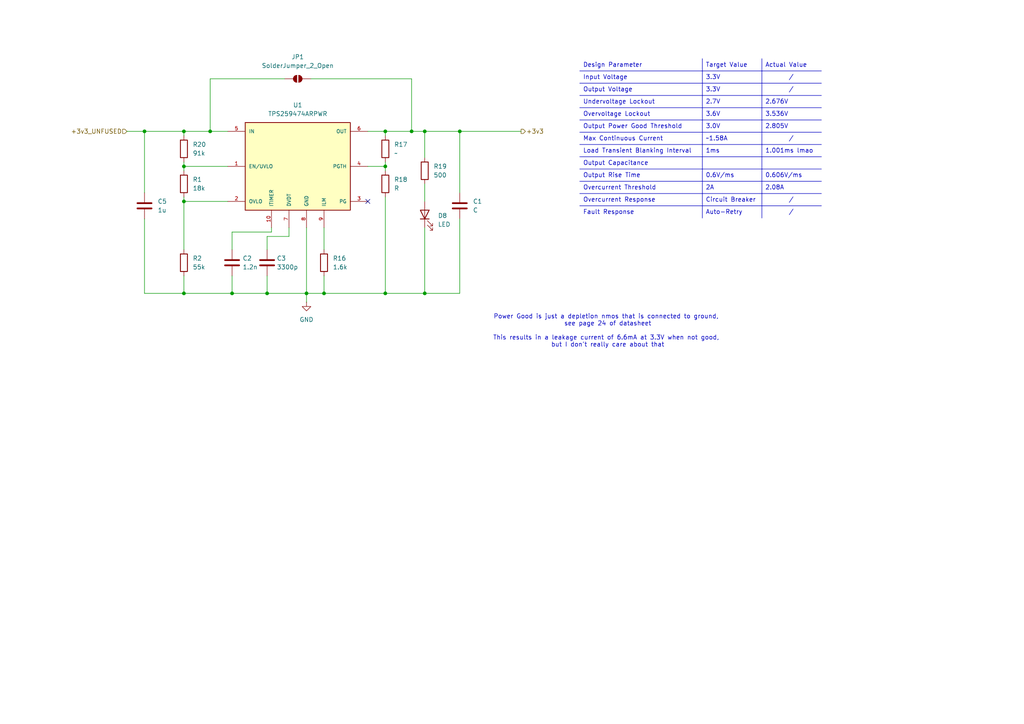
<source format=kicad_sch>
(kicad_sch (version 20250114) (generator "eeschema") (generator_version "9.0")
  (paper "A4")
  (title_block (title "Efuse Circuit Protection") (rev "v0.3") (company "Goat Fast Racing") (comment 1 "Designed By Liam Jennings"))
  (lib_symbols
    (symbol "0_tps259474arpwr:TPS259474ARPWR" (pin_names (offset 1.016))
      (property "Reference" "U1" (at 0 17.78 0))
      (property "Value" "TPS259474ARPWR" (at 0 15.24 0))
      (symbol "TPS259474ARPWR_0_0"
        (rectangle (start -15.24 12.7) (end 15.24 -12.7) (stroke (width 0.254)) (fill (type background)))
        (pin input line (at -20.32 10.16 0) (length 5.08) (name "IN") (number "5"))
        (pin input line (at -20.32 0 0) (length 5.08) (name "EN/UVLO") (number "1"))
        (pin input line (at -20.32 -10.16 0) (length 5.08) (name "OVLO") (number "2"))
        (pin output line (at -7.62 -17.78 90) (length 5.08) (name "ITIMER") (number "10"))
        (pin output line (at -2.54 -17.78 90) (length 5.08) (name "DVDT") (number "7"))
        (pin power_in line (at 2.54 -17.78 90) (length 5.08) (name "GND") (number "8"))
        (pin output line (at 7.62 -17.78 90) (length 5.08) (name "ILM") (number "9"))
        (pin output line (at 20.32 10.16 180) (length 5.08) (name "OUT") (number "6"))
        (pin input line (at 20.32 0 180) (length 5.08) (name "PGTH") (number "4"))
        (pin output line (at 20.32 -10.16 180) (length 5.08) (name "PG") (number "3"))
      )
    )
    (symbol "Device:C" (pin_numbers (hide yes)) (pin_names (offset 0.254))
      (property "Reference" "C" (at 0.635 2.54 0))
      (property "Value" "C" (at 0.635 -2.54 0))
      (symbol "C_0_1"
        (polyline (pts (xy -2.032 0.762) (xy 2.032 0.762)) (stroke (width 0.508)))
        (polyline (pts (xy -2.032 -0.762) (xy 2.032 -0.762)) (stroke (width 0.508)))
      )
      (symbol "C_1_1"
        (pin passive line (at 0 3.81 270) (length 2.794) (name "~") (number "1"))
        (pin passive line (at 0 -3.81 90) (length 2.794) (name "~") (number "2"))
      )
    )
    (symbol "Device:LED" (pin_numbers (hide yes)) (pin_names (offset 1.016) (hide yes))
      (property "Reference" "D" (at 0 2.54 0))
      (property "Value" "LED" (at 0 -2.54 0))
      (symbol "LED_0_1"
        (polyline (pts (xy -3.048 -0.762) (xy -4.572 -2.286) (xy -3.81 -2.286) (xy -4.572 -2.286) (xy -4.572 -1.524)))
        (polyline (pts (xy -1.778 -0.762) (xy -3.302 -2.286) (xy -2.54 -2.286) (xy -3.302 -2.286) (xy -3.302 -1.524)))
        (polyline (pts (xy -1.27 0) (xy 1.27 0)))
        (polyline (pts (xy -1.27 -1.27) (xy -1.27 1.27)) (stroke (width 0.254)))
        (polyline (pts (xy 1.27 -1.27) (xy 1.27 1.27) (xy -1.27 0) (xy 1.27 -1.27)) (stroke (width 0.254)))
      )
      (symbol "LED_1_1"
        (pin passive line (at -3.81 0 0) (length 2.54) (name "K") (number "1"))
        (pin passive line (at 3.81 0 180) (length 2.54) (name "A") (number "2"))
      )
    )
    (symbol "Device:R" (pin_numbers (hide yes)) (pin_names (offset 0))
      (property "Reference" "R" (at 2.032 0 90))
      (property "Value" "R" (at 0 0 90))
      (symbol "R_0_1"
        (rectangle (start -1.016 -2.54) (end 1.016 2.54) (stroke (width 0.254)))
      )
      (symbol "R_1_1"
        (pin passive line (at 0 3.81 270) (length 1.27) (name "~") (number "1"))
        (pin passive line (at 0 -3.81 90) (length 1.27) (name "~") (number "2"))
      )
    )
    (symbol "Jumper:SolderJumper_2_Open" (pin_numbers (hide yes)) (pin_names (offset 0) (hide yes)) (in_bom no)
      (property "Reference" "JP" (at 0 2.032 0))
      (property "Value" "SolderJumper_2_Open" (at 0 -2.54 0))
      (symbol "SolderJumper_2_Open_0_1"
        (polyline (pts (xy -0.254 1.016) (xy -0.254 -1.016)))
        (arc (start -0.254 -1.016) (mid -1.2656 0) (end -0.254 1.016))
        (arc (start -0.254 -1.016) (mid -1.2656 0) (end -0.254 1.016) (fill (type outline)))
        (arc (start 0.254 1.016) (mid 1.2656 0) (end 0.254 -1.016))
        (arc (start 0.254 1.016) (mid 1.2656 0) (end 0.254 -1.016) (fill (type outline)))
        (polyline (pts (xy 0.254 1.016) (xy 0.254 -1.016)))
      )
      (symbol "SolderJumper_2_Open_1_1"
        (pin passive line (at -3.81 0 0) (length 2.54) (name "A") (number "1"))
        (pin passive line (at 3.81 0 180) (length 2.54) (name "B") (number "2"))
      )
    )
    (symbol "power:GND" (power) (pin_numbers (hide yes)) (pin_names (offset 0) (hide yes))
      (property "Value" "GND" (at 0 -3.81 0))
      (symbol "GND_0_1"
        (polyline (pts (xy 0 0) (xy 0 -1.27) (xy 1.27 -1.27) (xy 0 -2.54) (xy -1.27 -1.27) (xy 0 -1.27)))
      )
      (symbol "GND_1_1"
        (pin power_in line (at 0 0 270) (length 0) (name "~") (number "1"))
      )
    )
  )
  (text "Power Good is just a depletion nmos that is connected to ground, \nsee page 24 of datasheet\n\nThis results in a leakage current of 6.6mA at 3.3V when not good, \nbut I don't really care about that" (at 176.276 96.012 0) (effects (font (size 1.27 1.27))))
  (junction (at 111.76 48.26))
  (junction (at 123.19 85.09))
  (junction (at 111.76 85.09))
  (junction (at 53.34 58.42))
  (junction (at 53.34 38.1))
  (junction (at 77.47 85.09))
  (junction (at 88.9 85.09))
  (junction (at 119.38 38.1))
  (junction (at 111.76 38.1))
  (junction (at 53.34 48.26))
  (junction (at 133.35 38.1))
  (junction (at 53.34 85.09))
  (junction (at 93.98 85.09))
  (junction (at 123.19 38.1))
  (junction (at 60.96 38.1))
  (junction (at 41.91 38.1))
  (junction (at 67.31 85.09))
  (no_connect (at 106.68 58.42))
  (wire (pts (xy 88.9 85.09) (xy 88.9 87.63)))
  (wire (pts (xy 111.76 48.26) (xy 111.76 49.53)))
  (wire (pts (xy 111.76 57.15) (xy 111.76 85.09)))
  (wire (pts (xy 123.19 38.1) (xy 133.35 38.1)))
  (wire (pts (xy 77.47 68.58) (xy 77.47 72.39)))
  (wire (pts (xy 67.31 67.31) (xy 67.31 72.39)))
  (wire (pts (xy 36.83 38.1) (xy 41.91 38.1)))
  (wire (pts (xy 53.34 38.1) (xy 53.34 39.37)))
  (wire (pts (xy 111.76 85.09) (xy 123.19 85.09)))
  (wire (pts (xy 41.91 85.09) (xy 53.34 85.09)))
  (wire (pts (xy 53.34 58.42) (xy 66.04 58.42)))
  (wire (pts (xy 60.96 22.86) (xy 82.55 22.86)))
  (wire (pts (xy 53.34 48.26) (xy 53.34 49.53)))
  (wire (pts (xy 119.38 22.86) (xy 119.38 38.1)))
  (wire (pts (xy 41.91 38.1) (xy 53.34 38.1)))
  (wire (pts (xy 123.19 66.04) (xy 123.19 85.09)))
  (wire (pts (xy 78.74 66.04) (xy 78.74 67.31)))
  (wire (pts (xy 119.38 38.1) (xy 123.19 38.1)))
  (wire (pts (xy 133.35 38.1) (xy 133.35 55.88)))
  (wire (pts (xy 123.19 45.72) (xy 123.19 38.1)))
  (wire (pts (xy 77.47 80.01) (xy 77.47 85.09)))
  (wire (pts (xy 133.35 38.1) (xy 151.13 38.1)))
  (wire (pts (xy 83.82 68.58) (xy 77.47 68.58)))
  (wire (pts (xy 93.98 80.01) (xy 93.98 85.09)))
  (wire (pts (xy 53.34 80.01) (xy 53.34 85.09)))
  (wire (pts (xy 133.35 63.5) (xy 133.35 85.09)))
  (wire (pts (xy 111.76 46.99) (xy 111.76 48.26)))
  (wire (pts (xy 53.34 48.26) (xy 66.04 48.26)))
  (wire (pts (xy 83.82 66.04) (xy 83.82 68.58)))
  (wire (pts (xy 41.91 63.5) (xy 41.91 85.09)))
  (wire (pts (xy 53.34 85.09) (xy 67.31 85.09)))
  (wire (pts (xy 53.34 46.99) (xy 53.34 48.26)))
  (wire (pts (xy 111.76 38.1) (xy 111.76 39.37)))
  (wire (pts (xy 77.47 85.09) (xy 88.9 85.09)))
  (wire (pts (xy 67.31 80.01) (xy 67.31 85.09)))
  (wire (pts (xy 90.17 22.86) (xy 119.38 22.86)))
  (wire (pts (xy 53.34 58.42) (xy 53.34 57.15)))
  (wire (pts (xy 67.31 85.09) (xy 77.47 85.09)))
  (wire (pts (xy 111.76 85.09) (xy 93.98 85.09)))
  (wire (pts (xy 106.68 48.26) (xy 111.76 48.26)))
  (wire (pts (xy 88.9 66.04) (xy 88.9 85.09)))
  (wire (pts (xy 41.91 38.1) (xy 41.91 55.88)))
  (wire (pts (xy 111.76 38.1) (xy 119.38 38.1)))
  (wire (pts (xy 78.74 67.31) (xy 67.31 67.31)))
  (wire (pts (xy 106.68 38.1) (xy 111.76 38.1)))
  (wire (pts (xy 123.19 85.09) (xy 133.35 85.09)))
  (wire (pts (xy 53.34 58.42) (xy 53.34 72.39)))
  (wire (pts (xy 93.98 85.09) (xy 88.9 85.09)))
  (wire (pts (xy 60.96 38.1) (xy 66.04 38.1)))
  (wire (pts (xy 123.19 53.34) (xy 123.19 58.42)))
  (wire (pts (xy 60.96 38.1) (xy 60.96 22.86)))
  (wire (pts (xy 53.34 38.1) (xy 60.96 38.1)))
  (wire (pts (xy 93.98 66.04) (xy 93.98 72.39)))
  (table (column_count 3) (border (external no) (header yes) (stroke (width -0.0001))) (separators (rows yes) (cols yes)) (column_widths 35.56 17.272 17.272) (row_heights 3.556 3.556 3.556 3.556 3.556 3.556 3.556 3.556 3.556 3.556 3.556 3.556 3.556) (cells (table_cell "Design Parameter" (at 168.148 17.018 0) (size 35.56 3.556) (margins 0.9525 0.9525 0.9525 0.9525) (span 1 1)) (table_cell "Target Value" (at 203.708 17.018 0) (size 17.272 3.556) (margins 0.9525 0.9525 0.9525 0.9525) (span 1 1)) (table_cell "Actual Value" (at 220.98 17.018 0) (size 17.272 3.556) (margins 0.9525 0.9525 0.9525 0.9525) (span 1 1)) (table_cell "Input Voltage" (at 168.148 20.574 0) (size 35.56 3.556) (margins 0.9525 0.9525 0.9525 0.9525) (span 1 1)) (table_cell "3.3V" (at 203.708 20.574 0) (size 17.272 3.556) (margins 0.9525 0.9525 0.9525 0.9525) (span 1 1)) (table_cell "       /" (at 220.98 20.574 0) (size 17.272 3.556) (margins 0.9525 0.9525 0.9525 0.9525) (span 1 1)) (table_cell "Output Voltage" (at 168.148 24.13 0) (size 35.56 3.556) (margins 0.9525 0.9525 0.9525 0.9525) (span 1 1)) (table_cell "3.3V" (at 203.708 24.13 0) (size 17.272 3.556) (margins 0.9525 0.9525 0.9525 0.9525) (span 1 1)) (table_cell "       /" (at 220.98 24.13 0) (size 17.272 3.556) (margins 0.9525 0.9525 0.9525 0.9525) (span 1 1)) (table_cell "Undervoltage Lockout" (at 168.148 27.686 0) (size 35.56 3.556) (margins 0.9525 0.9525 0.9525 0.9525) (span 1 1)) (table_cell "2.7V" (at 203.708 27.686 0) (size 17.272 3.556) (margins 0.9525 0.9525 0.9525 0.9525) (span 1 1)) (table_cell "2.676V" (at 220.98 27.686 0) (size 17.272 3.556) (margins 0.9525 0.9525 0.9525 0.9525) (span 1 1)) (table_cell "Overvoltage Lockout" (at 168.148 31.242 0) (size 35.56 3.556) (margins 0.9525 0.9525 0.9525 0.9525) (span 1 1)) (table_cell "3.6V" (at 203.708 31.242 0) (size 17.272 3.556) (margins 0.9525 0.9525 0.9525 0.9525) (span 1 1)) (table_cell "3.536V" (at 220.98 31.242 0) (size 17.272 3.556) (margins 0.9525 0.9525 0.9525 0.9525) (span 1 1)) (table_cell "Output Power Good Threshold" (at 168.148 34.798 0) (size 35.56 3.556) (margins 0.9525 0.9525 0.9525 0.9525) (span 1 1)) (table_cell "3.0V" (at 203.708 34.798 0) (size 17.272 3.556) (margins 0.9525 0.9525 0.9525 0.9525) (span 1 1)) (table_cell "2.805V" (at 220.98 34.798 0) (size 17.272 3.556) (margins 0.9525 0.9525 0.9525 0.9525) (span 1 1)) (table_cell "Max Continuous Current" (at 168.148 38.354 0) (size 35.56 3.556) (margins 0.9525 0.9525 0.9525 0.9525) (span 1 1)) (table_cell "~1.58A" (at 203.708 38.354 0) (size 17.272 3.556) (margins 0.9525 0.9525 0.9525 0.9525) (span 1 1)) (table_cell "       /" (at 220.98 38.354 0) (size 17.272 3.556) (margins 0.9525 0.9525 0.9525 0.9525) (span 1 1)) (table_cell "Load Transient Blanking Interval" (at 168.148 41.91 0) (size 35.56 3.556) (margins 0.9525 0.9525 0.9525 0.9525) (span 1 1)) (table_cell "1ms" (at 203.708 41.91 0) (size 17.272 3.556) (margins 0.9525 0.9525 0.9525 0.9525) (span 1 1)) (table_cell "1.001ms lmao" (at 220.98 41.91 0) (size 17.272 3.556) (margins 0.9525 0.9525 0.9525 0.9525) (span 1 1)) (table_cell "Output Capacitance" (at 168.148 45.466 0) (size 35.56 3.556) (margins 0.9525 0.9525 0.9525 0.9525) (span 1 1)) (table_cell "" (at 203.708 45.466 0) (size 17.272 3.556) (margins 0.9525 0.9525 0.9525 0.9525) (span 1 1)) (table_cell "" (at 220.98 45.466 0) (size 17.272 3.556) (margins 0.9525 0.9525 0.9525 0.9525) (span 1 1)) (table_cell "Output Rise Time" (at 168.148 49.022 0) (size 35.56 3.556) (margins 0.9525 0.9525 0.9525 0.9525) (span 1 1)) (table_cell "0.6V/ms" (at 203.708 49.022 0) (size 17.272 3.556) (margins 0.9525 0.9525 0.9525 0.9525) (span 1 1)) (table_cell "0.606V/ms" (at 220.98 49.022 0) (size 17.272 3.556) (margins 0.9525 0.9525 0.9525 0.9525) (span 1 1)) (table_cell "Overcurrent Threshold" (at 168.148 52.578 0) (size 35.56 3.556) (margins 0.9525 0.9525 0.9525 0.9525) (span 1 1)) (table_cell "2A" (at 203.708 52.578 0) (size 17.272 3.556) (margins 0.9525 0.9525 0.9525 0.9525) (span 1 1)) (table_cell "2.08A" (at 220.98 52.578 0) (size 17.272 3.556) (margins 0.9525 0.9525 0.9525 0.9525) (span 1 1)) (table_cell "Overcurrent Response" (at 168.148 56.134 0) (size 35.56 3.556) (margins 0.9525 0.9525 0.9525 0.9525) (span 1 1)) (table_cell "Circuit Breaker" (at 203.708 56.134 0) (size 17.272 3.556) (margins 0.9525 0.9525 0.9525 0.9525) (span 1 1)) (table_cell "       /" (at 220.98 56.134 0) (size 17.272 3.556) (margins 0.9525 0.9525 0.9525 0.9525) (span 1 1)) (table_cell "Fault Response" (at 168.148 59.69 0) (size 35.56 3.556) (margins 0.9525 0.9525 0.9525 0.9525) (span 1 1)) (table_cell "Auto-Retry" (at 203.708 59.69 0) (size 17.272 3.556) (margins 0.9525 0.9525 0.9525 0.9525) (span 1 1)) (table_cell "       /" (at 220.98 59.69 0) (size 17.272 3.556) (margins 0.9525 0.9525 0.9525 0.9525) (span 1 1))))
  (hierarchical_label "+3v3" (shape output) (at 151.13 38.1 0))
  (hierarchical_label "+3v3_UNFUSED" (shape input) (at 36.83 38.1 180))
  (symbol (lib_id "Device:R") (at 93.98 76.2 0) (unit 1)
    (property "Reference" "R16" (at 96.52 74.9299 0) (effects (justify left)))
    (property "Value" "1.6k" (at 96.52 77.4699 0) (effects (justify left)))
    (property "Footprint" "Resistor_SMD:R_0402_1005Metric" (effects (hide yes)))
    (property "Description" "Resistor" (effects (hide yes)))
  )
  (symbol (lib_id "Device:LED") (at 123.19 62.23 90) (unit 1)
    (property "Reference" "D8" (at 127 62.5474 90) (effects (justify right)))
    (property "Value" "LED" (at 127 65.0874 90) (effects (justify right)))
    (property "Footprint" "Diode_SMD:D_0402_1005Metric" (effects (hide yes)))
    (property "Description" "Light emitting diode" (effects (hide yes)))
    (property "Sim.Pins" "1=K 2=A" (effects (hide yes)))
  )
  (symbol (lib_id "Jumper:SolderJumper_2_Open") (at 86.36 22.86 0) (unit 1) (in_bom no)
    (property "Reference" "JP1" (at 86.36 16.51 0))
    (property "Value" "SolderJumper_2_Open" (at 86.36 19.05 0))
    (property "Footprint" "Jumper:SolderJumper-2_P1.3mm_Open_RoundedPad1.0x1.5mm" (effects (hide yes)))
    (property "Description" "Solder Jumper, 2-pole, open" (effects (hide yes)))
  )
  (symbol (lib_id "Device:R") (at 123.19 49.53 0) (unit 1)
    (property "Reference" "R19" (at 125.73 48.2599 0) (effects (justify left)))
    (property "Value" "500" (at 125.73 50.7999 0) (effects (justify left)))
    (property "Footprint" "Resistor_SMD:R_0402_1005Metric" (effects (hide yes)))
    (property "Description" "Resistor" (effects (hide yes)))
  )
  (symbol (lib_id "Device:C") (at 67.31 76.2 0) (unit 1)
    (property "Reference" "C2" (at 70.358 74.93 0) (effects (justify left)))
    (property "Value" "1.2n" (at 70.358 77.47 0) (effects (justify left)))
    (property "Footprint" "Capacitor_SMD:C_0402_1005Metric" (effects (hide yes)))
    (property "Description" "Unpolarized capacitor" (effects (hide yes)))
  )
  (symbol (lib_id "Device:R") (at 111.76 43.18 0) (unit 1)
    (property "Reference" "R17" (at 114.3 41.9099 0) (effects (justify left)))
    (property "Value" "~" (at 114.3 44.4499 0) (effects (justify left)))
    (property "Footprint" "Resistor_SMD:R_0402_1005Metric" (effects (hide yes)))
    (property "Description" "Resistor" (effects (hide yes)))
  )
  (symbol (lib_id "Device:C") (at 77.47 76.2 0) (unit 1)
    (property "Reference" "C3" (at 80.264 74.93 0) (effects (justify left)))
    (property "Value" "3300p" (at 80.264 77.47 0) (effects (justify left)))
    (property "Footprint" "Capacitor_SMD:C_0402_1005Metric" (effects (hide yes)))
    (property "Description" "Unpolarized capacitor" (effects (hide yes)))
  )
  (symbol (lib_id "0_tps259474arpwr:TPS259474ARPWR") (at 86.36 48.26 0) (unit 1)
    (property "Reference" "U1" (at 86.36 30.48 0))
    (property "Value" "TPS259474ARPWR" (at 86.36 33.02 0))
    (property "Footprint" "0_tps259474arpwr:IC_TPS259474ARPWR" (effects (hide yes)))
    (property "PARTREV" "A" (effects (hide yes)))
    (property "MANUFACTURER" "Texas Instruments" (effects (hide yes)))
    (property "MAXIMUM_PACKAGE_HEIGHT" "1.0 mm" (effects (hide yes)))
    (property "STANDARD" "Manufacturer Recommendations" (effects (hide yes)))
  )
  (symbol (lib_id "Device:C") (at 41.91 59.69 0) (unit 1)
    (property "Reference" "C5" (at 45.72 58.4199 0) (effects (justify left)))
    (property "Value" "1u" (at 45.72 60.9599 0) (effects (justify left)))
    (property "Footprint" "Capacitor_SMD:C_0402_1005Metric" (effects (hide yes)))
    (property "Description" "Unpolarized capacitor" (effects (hide yes)))
  )
  (symbol (lib_id "Device:C") (at 133.35 59.69 0) (unit 1)
    (property "Reference" "C1" (at 137.16 58.4199 0) (effects (justify left)))
    (property "Value" "C" (at 137.16 60.9599 0) (effects (justify left)))
    (property "Footprint" "Capacitor_SMD:C_0402_1005Metric" (effects (hide yes)))
    (property "Description" "Unpolarized capacitor" (effects (hide yes)))
  )
  (symbol (lib_id "Device:R") (at 53.34 76.2 0) (unit 1)
    (property "Reference" "R2" (at 55.88 74.9299 0) (effects (justify left)))
    (property "Value" "55k" (at 55.88 77.4699 0) (effects (justify left)))
    (property "Footprint" "Resistor_SMD:R_0402_1005Metric" (effects (hide yes)))
    (property "Description" "Resistor" (effects (hide yes)))
  )
  (symbol (lib_id "Device:R") (at 53.34 53.34 0) (unit 1)
    (property "Reference" "R1" (at 55.88 52.0699 0) (effects (justify left)))
    (property "Value" "18k" (at 55.88 54.6099 0) (effects (justify left)))
    (property "Footprint" "Resistor_SMD:R_0402_1005Metric" (effects (hide yes)))
    (property "Description" "Resistor" (effects (hide yes)))
  )
  (symbol (lib_id "Device:R") (at 53.34 43.18 0) (unit 1)
    (property "Reference" "R20" (at 55.88 41.9099 0) (effects (justify left)))
    (property "Value" "91k" (at 55.88 44.4499 0) (effects (justify left)))
    (property "Footprint" "Resistor_SMD:R_0402_1005Metric" (effects (hide yes)))
    (property "Description" "Resistor" (effects (hide yes)))
  )
  (symbol (lib_id "power:GND") (at 88.9 87.63 0) (unit 1)
    (property "Reference" "#PWR05" (effects (hide yes)))
    (property "Value" "GND" (at 88.9 92.71 0))
    (property "Description" "Power symbol creates a global label with name \"GND\" , ground" (effects (hide yes)))
  )
  (symbol (lib_id "Device:R") (at 111.76 53.34 0) (unit 1)
    (property "Reference" "R18" (at 114.3 52.0699 0) (effects (justify left)))
    (property "Value" "R" (at 114.3 54.6099 0) (effects (justify left)))
    (property "Footprint" "Resistor_SMD:R_0402_1005Metric" (effects (hide yes)))
    (property "Description" "Resistor" (effects (hide yes)))
  )
)
</source>
